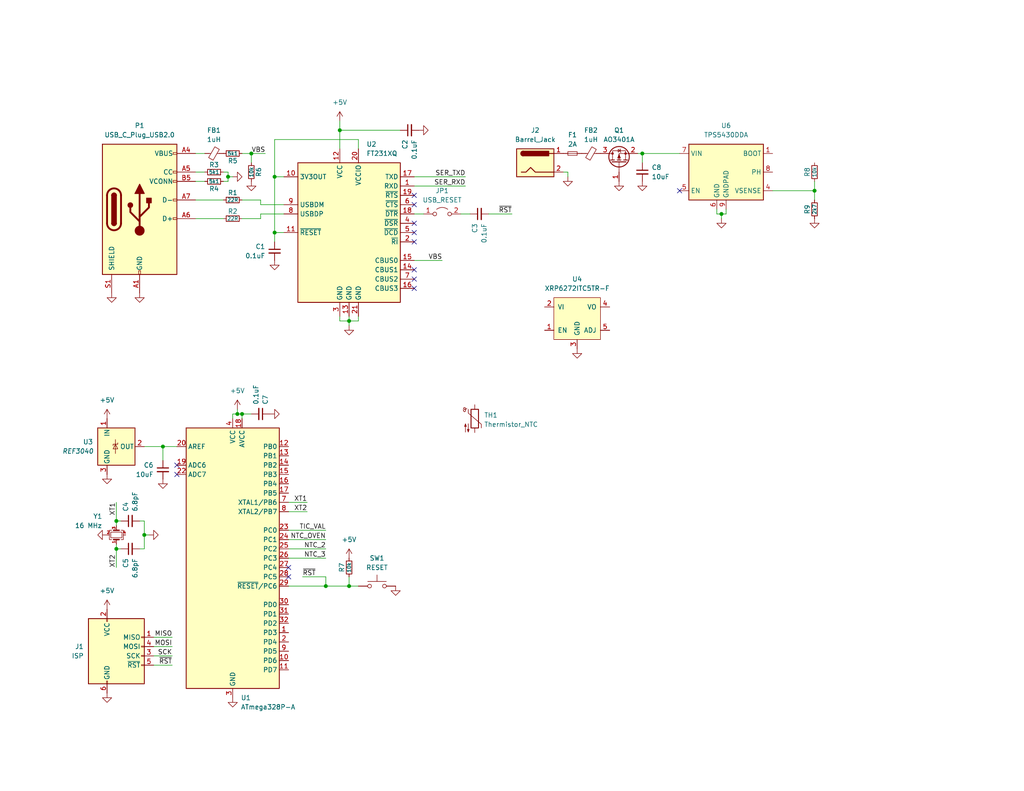
<source format=kicad_sch>
(kicad_sch (version 20230121) (generator eeschema)
  (paper "A")
  (title_block (date "2023-10-30"))
  (lib_symbols
    (symbol "Connector:AVR-ISP-6" (pin_names (offset 1.016))
      (property "Reference" "J" (at -6.35 11.43 0))
      (property "Value" "AVR-ISP-6" (at 0 11.43 0))
      (symbol "AVR-ISP-6_0_1"
        (rectangle (start -2.667 -6.858) (end -2.413 -7.62))
        (rectangle (start -2.667 10.16) (end -2.413 9.398))
        (rectangle (start 7.62 -2.413) (end 6.858 -2.667))
        (rectangle (start 7.62 0.127) (end 6.858 -0.127))
        (rectangle (start 7.62 2.667) (end 6.858 2.413))
        (rectangle (start 7.62 5.207) (end 6.858 4.953))
        (rectangle (start 7.62 10.16) (end -7.62 -7.62) (stroke (width 0.254)) (fill (type background)))
      )
      (symbol "AVR-ISP-6_1_1"
        (pin passive line (at 10.16 5.08 180) (length 2.54) (name "MISO") (number "1"))
        (pin passive line (at -2.54 12.7 270) (length 2.54) (name "VCC") (number "2"))
        (pin passive line (at 10.16 0 180) (length 2.54) (name "SCK") (number "3"))
        (pin passive line (at 10.16 2.54 180) (length 2.54) (name "MOSI") (number "4"))
        (pin passive line (at 10.16 -2.54 180) (length 2.54) (name "~{RST}") (number "5"))
        (pin passive line (at -2.54 -10.16 90) (length 2.54) (name "GND") (number "6"))
      )
    )
    (symbol "Connector:Barrel_Jack" (pin_names (offset 1.016))
      (property "Reference" "J" (at 0 5.334 0))
      (property "Value" "Barrel_Jack" (at 0 -5.08 0))
      (symbol "Barrel_Jack_0_1"
        (rectangle (start -5.08 3.81) (end 5.08 -3.81) (stroke (width 0.254)) (fill (type background)))
        (arc (start -3.302 3.175) (mid -3.9343 2.54) (end -3.302 1.905) (stroke (width 0.254)))
        (arc (start -3.302 3.175) (mid -3.9343 2.54) (end -3.302 1.905) (stroke (width 0.254)) (fill (type outline)))
        (polyline (pts (xy 5.08 2.54) (xy 3.81 2.54)) (stroke (width 0.254)))
        (polyline (pts (xy -3.81 -2.54) (xy -2.54 -2.54) (xy -1.27 -1.27) (xy 0 -2.54) (xy 2.54 -2.54) (xy 5.08 -2.54)) (stroke (width 0.254)))
        (rectangle (start 3.683 3.175) (end -3.302 1.905) (stroke (width 0.254)) (fill (type outline)))
      )
      (symbol "Barrel_Jack_1_1"
        (pin passive line (at 7.62 2.54 180) (length 2.54) (name "~") (number "1"))
        (pin passive line (at 7.62 -2.54 180) (length 2.54) (name "~") (number "2"))
      )
    )
    (symbol "Connector:USB_C_Plug_USB2.0" (pin_names (offset 1.016))
      (property "Reference" "P" (at -10.16 19.05 0))
      (property "Value" "USB_C_Plug_USB2.0" (at 12.7 19.05 0))
      (symbol "USB_C_Plug_USB2.0_0_0"
        (rectangle (start -0.254 -17.78) (end 0.254 -16.764))
        (rectangle (start 10.16 -2.286) (end 9.144 -2.794))
        (rectangle (start 10.16 2.794) (end 9.144 2.286))
        (rectangle (start 10.16 7.874) (end 9.144 7.366))
        (rectangle (start 10.16 10.414) (end 9.144 9.906))
        (rectangle (start 10.16 15.494) (end 9.144 14.986))
      )
      (symbol "USB_C_Plug_USB2.0_0_1"
        (rectangle (start -10.16 17.78) (end 10.16 -17.78) (stroke (width 0.254)) (fill (type background)))
        (arc (start -8.89 -3.81) (mid -6.985 -5.7067) (end -5.08 -3.81) (stroke (width 0.508)))
        (arc (start -7.62 -3.81) (mid -6.985 -4.4423) (end -6.35 -3.81) (stroke (width 0.254)))
        (arc (start -7.62 -3.81) (mid -6.985 -4.4423) (end -6.35 -3.81) (stroke (width 0.254)) (fill (type outline)))
        (rectangle (start -7.62 -3.81) (end -6.35 3.81) (stroke (width 0.254)) (fill (type outline)))
        (arc (start -6.35 3.81) (mid -6.985 4.4423) (end -7.62 3.81) (stroke (width 0.254)))
        (arc (start -6.35 3.81) (mid -6.985 4.4423) (end -7.62 3.81) (stroke (width 0.254)) (fill (type outline)))
        (arc (start -5.08 3.81) (mid -6.985 5.7067) (end -8.89 3.81) (stroke (width 0.508)))
        (circle (center -2.54 1.143) (radius 0.635) (stroke (width 0.254)) (fill (type outline)))
        (circle (center 0 -5.842) (radius 1.27) (fill (type outline)))
        (polyline (pts (xy -8.89 -3.81) (xy -8.89 3.81)) (stroke (width 0.508)))
        (polyline (pts (xy -5.08 3.81) (xy -5.08 -3.81)) (stroke (width 0.508)))
        (polyline (pts (xy 0 -5.842) (xy 0 4.318)) (stroke (width 0.508)))
        (polyline (pts (xy 0 -3.302) (xy -2.54 -0.762) (xy -2.54 0.508)) (stroke (width 0.508)))
        (polyline (pts (xy 0 -2.032) (xy 2.54 0.508) (xy 2.54 1.778)) (stroke (width 0.508)))
        (polyline (pts (xy -1.27 4.318) (xy 0 6.858) (xy 1.27 4.318) (xy -1.27 4.318)) (stroke (width 0.254)) (fill (type outline)))
        (rectangle (start 1.905 1.778) (end 3.175 3.048) (stroke (width 0.254)) (fill (type outline)))
      )
      (symbol "USB_C_Plug_USB2.0_1_1"
        (pin passive line (at 0 -22.86 90) (length 5.08) (name "GND") (number "A1"))
        (pin passive line (at 0 -22.86 90) (length 5.08) hide (name "GND") (number "A12"))
        (pin passive line (at 15.24 15.24 180) (length 5.08) (name "VBUS") (number "A4"))
        (pin bidirectional line (at 15.24 10.16 180) (length 5.08) (name "CC") (number "A5"))
        (pin bidirectional line (at 15.24 -2.54 180) (length 5.08) (name "D+") (number "A6"))
        (pin bidirectional line (at 15.24 2.54 180) (length 5.08) (name "D-") (number "A7"))
        (pin passive line (at 15.24 15.24 180) (length 5.08) hide (name "VBUS") (number "A9"))
        (pin passive line (at 0 -22.86 90) (length 5.08) hide (name "GND") (number "B1"))
        (pin passive line (at 0 -22.86 90) (length 5.08) hide (name "GND") (number "B12"))
        (pin passive line (at 15.24 15.24 180) (length 5.08) hide (name "VBUS") (number "B4"))
        (pin bidirectional line (at 15.24 7.62 180) (length 5.08) (name "VCONN") (number "B5"))
        (pin passive line (at 15.24 15.24 180) (length 5.08) hide (name "VBUS") (number "B9"))
        (pin passive line (at -7.62 -22.86 90) (length 5.08) (name "SHIELD") (number "S1"))
      )
    )
    (symbol "Device:C_Small" (pin_numbers hide) (pin_names (offset 0.254) hide)
      (property "Reference" "C" (at 0.254 1.778 0))
      (property "Value" "C_Small" (at 0.254 -2.032 0))
      (symbol "C_Small_0_1"
        (polyline (pts (xy -1.524 -0.508) (xy 1.524 -0.508)) (stroke (width 0.3302)))
        (polyline (pts (xy -1.524 0.508) (xy 1.524 0.508)) (stroke (width 0.3048)))
      )
      (symbol "C_Small_1_1"
        (pin passive line (at 0 2.54 270) (length 2.032) (name "~") (number "1"))
        (pin passive line (at 0 -2.54 90) (length 2.032) (name "~") (number "2"))
      )
    )
    (symbol "Device:Crystal_GND24_Small" (pin_names (offset 1.016) hide)
      (property "Reference" "Y" (at 1.27 4.445 0))
      (property "Value" "Crystal_GND24_Small" (at 1.27 2.54 0))
      (symbol "Crystal_GND24_Small_0_1"
        (rectangle (start -0.762 -1.524) (end 0.762 1.524))
        (polyline (pts (xy -1.27 -0.762) (xy -1.27 0.762)) (stroke (width 0.381)))
        (polyline (pts (xy 1.27 -0.762) (xy 1.27 0.762)) (stroke (width 0.381)))
        (polyline (pts (xy -1.27 -1.27) (xy -1.27 -1.905) (xy 1.27 -1.905) (xy 1.27 -1.27)))
        (polyline (pts (xy -1.27 1.27) (xy -1.27 1.905) (xy 1.27 1.905) (xy 1.27 1.27)))
      )
      (symbol "Crystal_GND24_Small_1_1"
        (pin passive line (at -2.54 0 0) (length 1.27) (name "1") (number "1"))
        (pin passive line (at 0 -2.54 90) (length 0.635) (name "2") (number "2"))
        (pin passive line (at 2.54 0 180) (length 1.27) (name "3") (number "3"))
        (pin passive line (at 0 2.54 270) (length 0.635) (name "4") (number "4"))
      )
    )
    (symbol "Device:FerriteBead_Small" (pin_numbers hide) (pin_names (offset 0))
      (property "Reference" "FB" (at 1.905 1.27 0))
      (property "Value" "FerriteBead_Small" (at 1.905 -1.27 0))
      (symbol "FerriteBead_Small_0_1"
        (polyline (pts (xy 0 -1.27) (xy 0 -0.7874)))
        (polyline (pts (xy 0 0.889) (xy 0 1.2954)))
        (polyline (pts (xy -1.8288 0.2794) (xy -1.1176 1.4986) (xy 1.8288 -0.2032) (xy 1.1176 -1.4224) (xy -1.8288 0.2794)))
      )
      (symbol "FerriteBead_Small_1_1"
        (pin passive line (at 0 2.54 270) (length 1.27) (name "~") (number "1"))
        (pin passive line (at 0 -2.54 90) (length 1.27) (name "~") (number "2"))
      )
    )
    (symbol "Device:Fuse_Small" (pin_numbers hide) (pin_names (offset 0.254) hide)
      (property "Reference" "F" (at 0 -1.524 0))
      (property "Value" "Fuse_Small" (at 0 1.524 0))
      (symbol "Fuse_Small_0_1"
        (rectangle (start -1.27 0.508) (end 1.27 -0.508))
        (polyline (pts (xy -1.27 0) (xy 1.27 0)))
      )
      (symbol "Fuse_Small_1_1"
        (pin passive line (at -2.54 0 0) (length 1.27) (name "~") (number "1"))
        (pin passive line (at 2.54 0 180) (length 1.27) (name "~") (number "2"))
      )
    )
    (symbol "Device:Q_PMOS_GSD" (pin_names (offset 0) hide)
      (property "Reference" "Q" (at 5.08 1.27 0))
      (property "Value" "Q_PMOS_GSD" (at 5.08 -1.27 0))
      (symbol "Q_PMOS_GSD_0_1"
        (polyline (pts (xy 0.254 0) (xy -2.54 0)))
        (polyline (pts (xy 0.254 1.905) (xy 0.254 -1.905)) (stroke (width 0.254)))
        (polyline (pts (xy 0.762 -1.27) (xy 0.762 -2.286)) (stroke (width 0.254)))
        (polyline (pts (xy 0.762 0.508) (xy 0.762 -0.508)) (stroke (width 0.254)))
        (polyline (pts (xy 0.762 2.286) (xy 0.762 1.27)) (stroke (width 0.254)))
        (polyline (pts (xy 2.54 2.54) (xy 2.54 1.778)))
        (polyline (pts (xy 2.54 -2.54) (xy 2.54 0) (xy 0.762 0)))
        (polyline (pts (xy 0.762 1.778) (xy 3.302 1.778) (xy 3.302 -1.778) (xy 0.762 -1.778)))
        (polyline (pts (xy 2.286 0) (xy 1.27 0.381) (xy 1.27 -0.381) (xy 2.286 0)) (fill (type outline)))
        (polyline (pts (xy 2.794 -0.508) (xy 2.921 -0.381) (xy 3.683 -0.381) (xy 3.81 -0.254)))
        (polyline (pts (xy 3.302 -0.381) (xy 2.921 0.254) (xy 3.683 0.254) (xy 3.302 -0.381)))
        (circle (center 1.651 0) (radius 2.794) (stroke (width 0.254)))
        (circle (center 2.54 -1.778) (radius 0.254) (fill (type outline)))
        (circle (center 2.54 1.778) (radius 0.254) (fill (type outline)))
      )
      (symbol "Q_PMOS_GSD_1_1"
        (pin input line (at -5.08 0 0) (length 2.54) (name "G") (number "1"))
        (pin passive line (at 2.54 -5.08 90) (length 2.54) (name "S") (number "2"))
        (pin passive line (at 2.54 5.08 270) (length 2.54) (name "D") (number "3"))
      )
    )
    (symbol "Device:R_Small" (pin_numbers hide) (pin_names (offset 0.254) hide)
      (property "Reference" "R" (at 0.762 0.508 0))
      (property "Value" "R_Small" (at 0.762 -1.016 0))
      (symbol "R_Small_0_1"
        (rectangle (start -0.762 1.778) (end 0.762 -1.778) (stroke (width 0.2032)))
      )
      (symbol "R_Small_1_1"
        (pin passive line (at 0 2.54 270) (length 0.762) (name "~") (number "1"))
        (pin passive line (at 0 -2.54 90) (length 0.762) (name "~") (number "2"))
      )
    )
    (symbol "Device:Thermistor_NTC" (pin_numbers hide) (pin_names (offset 0))
      (property "Reference" "TH" (at -4.445 0 90))
      (property "Value" "Thermistor_NTC" (at 3.175 0 90))
      (symbol "Thermistor_NTC_0_1"
        (arc (start -3.048 2.159) (mid -3.0495 2.3143) (end -3.175 2.413))
        (arc (start -3.048 2.159) (mid -2.9736 1.9794) (end -2.794 1.905))
        (arc (start -3.048 2.794) (mid -2.9736 2.6144) (end -2.794 2.54))
        (arc (start -2.794 1.905) (mid -2.6144 1.9794) (end -2.54 2.159))
        (arc (start -2.794 2.54) (mid -2.4393 2.5587) (end -2.159 2.794))
        (arc (start -2.794 3.048) (mid -2.9736 2.9736) (end -3.048 2.794))
        (arc (start -2.54 2.794) (mid -2.6144 2.9736) (end -2.794 3.048))
        (rectangle (start -1.016 2.54) (end 1.016 -2.54) (stroke (width 0.254)))
        (polyline (pts (xy -2.54 2.159) (xy -2.54 2.794)))
        (polyline (pts (xy -1.778 2.54) (xy -1.778 1.524) (xy 1.778 -1.524) (xy 1.778 -2.54)))
        (polyline (pts (xy -2.54 -3.683) (xy -2.54 -1.397) (xy -2.794 -2.159) (xy -2.286 -2.159) (xy -2.54 -1.397) (xy -2.54 -1.651)) (fill (type outline)))
        (polyline (pts (xy -1.778 -1.397) (xy -1.778 -3.683) (xy -2.032 -2.921) (xy -1.524 -2.921) (xy -1.778 -3.683) (xy -1.778 -3.429)) (fill (type outline)))
      )
      (symbol "Thermistor_NTC_1_1"
        (pin passive line (at 0 3.81 270) (length 1.27) (name "~") (number "1"))
        (pin passive line (at 0 -3.81 90) (length 1.27) (name "~") (number "2"))
      )
    )
    (symbol "Interface_USB:FT231XQ"
      (property "Reference" "U" (at -13.97 20.32 0))
      (property "Value" "FT231XQ" (at 6.35 20.32 0))
      (symbol "FT231XQ_0_1"
        (rectangle (start -13.97 19.05) (end 13.97 -19.05) (stroke (width 0.254)) (fill (type background)))
      )
      (symbol "FT231XQ_1_1"
        (pin input line (at 17.78 12.7 180) (length 3.81) (name "RXD") (number "1"))
        (pin power_out line (at -17.78 15.24 0) (length 3.81) (name "3V3OUT") (number "10"))
        (pin input line (at -17.78 0 0) (length 3.81) (name "~{RESET}") (number "11"))
        (pin power_in line (at -2.54 22.86 270) (length 3.81) (name "VCC") (number "12"))
        (pin power_in line (at 0 -22.86 90) (length 3.81) (name "GND") (number "13"))
        (pin bidirectional line (at 17.78 -10.16 180) (length 3.81) (name "CBUS1") (number "14"))
        (pin bidirectional line (at 17.78 -7.62 180) (length 3.81) (name "CBUS0") (number "15"))
        (pin bidirectional line (at 17.78 -15.24 180) (length 3.81) (name "CBUS3") (number "16"))
        (pin output line (at 17.78 15.24 180) (length 3.81) (name "TXD") (number "17"))
        (pin output line (at 17.78 5.08 180) (length 3.81) (name "~{DTR}") (number "18"))
        (pin output line (at 17.78 10.16 180) (length 3.81) (name "~{RTS}") (number "19"))
        (pin input line (at 17.78 -2.54 180) (length 3.81) (name "~{RI}") (number "2"))
        (pin power_in line (at 2.54 22.86 270) (length 3.81) (name "VCCIO") (number "20"))
        (pin power_in line (at 2.54 -22.86 90) (length 3.81) (name "GND") (number "21"))
        (pin power_in line (at -2.54 -22.86 90) (length 3.81) (name "GND") (number "3"))
        (pin input line (at 17.78 2.54 180) (length 3.81) (name "~{DSR}") (number "4"))
        (pin input line (at 17.78 0 180) (length 3.81) (name "~{DCD}") (number "5"))
        (pin input line (at 17.78 7.62 180) (length 3.81) (name "~{CTS}") (number "6"))
        (pin bidirectional line (at 17.78 -12.7 180) (length 3.81) (name "CBUS2") (number "7"))
        (pin bidirectional line (at -17.78 5.08 0) (length 3.81) (name "USBDP") (number "8"))
        (pin bidirectional line (at -17.78 7.62 0) (length 3.81) (name "USBDM") (number "9"))
      )
    )
    (symbol "Jumper:Jumper_2_Open" (pin_names (offset 0) hide)
      (property "Reference" "JP" (at 0 2.794 0))
      (property "Value" "Jumper_2_Open" (at 0 -2.286 0))
      (symbol "Jumper_2_Open_0_0"
        (circle (center -2.032 0) (radius 0.508))
        (circle (center 2.032 0) (radius 0.508))
      )
      (symbol "Jumper_2_Open_0_1"
        (arc (start 1.524 1.27) (mid 0 1.778) (end -1.524 1.27))
      )
      (symbol "Jumper_2_Open_1_1"
        (pin passive line (at -5.08 0 0) (length 2.54) (name "A") (number "1"))
        (pin passive line (at 5.08 0 180) (length 2.54) (name "B") (number "2"))
      )
    )
    (symbol "MCU_Microchip_ATmega:ATmega328P-A"
      (property "Reference" "U" (at -12.7 36.83 0))
      (property "Value" "ATmega328P-A" (at 2.54 -36.83 0))
      (symbol "ATmega328P-A_0_1"
        (rectangle (start -12.7 -35.56) (end 12.7 35.56) (stroke (width 0.254)) (fill (type background)))
      )
      (symbol "ATmega328P-A_1_1"
        (pin bidirectional line (at 15.24 -20.32 180) (length 2.54) (name "PD3") (number "1"))
        (pin bidirectional line (at 15.24 -27.94 180) (length 2.54) (name "PD6") (number "10"))
        (pin bidirectional line (at 15.24 -30.48 180) (length 2.54) (name "PD7") (number "11"))
        (pin bidirectional line (at 15.24 30.48 180) (length 2.54) (name "PB0") (number "12"))
        (pin bidirectional line (at 15.24 27.94 180) (length 2.54) (name "PB1") (number "13"))
        (pin bidirectional line (at 15.24 25.4 180) (length 2.54) (name "PB2") (number "14"))
        (pin bidirectional line (at 15.24 22.86 180) (length 2.54) (name "PB3") (number "15"))
        (pin bidirectional line (at 15.24 20.32 180) (length 2.54) (name "PB4") (number "16"))
        (pin bidirectional line (at 15.24 17.78 180) (length 2.54) (name "PB5") (number "17"))
        (pin power_in line (at 2.54 38.1 270) (length 2.54) (name "AVCC") (number "18"))
        (pin input line (at -15.24 25.4 0) (length 2.54) (name "ADC6") (number "19"))
        (pin bidirectional line (at 15.24 -22.86 180) (length 2.54) (name "PD4") (number "2"))
        (pin passive line (at -15.24 30.48 0) (length 2.54) (name "AREF") (number "20"))
        (pin passive line (at 0 -38.1 90) (length 2.54) hide (name "GND") (number "21"))
        (pin input line (at -15.24 22.86 0) (length 2.54) (name "ADC7") (number "22"))
        (pin bidirectional line (at 15.24 7.62 180) (length 2.54) (name "PC0") (number "23"))
        (pin bidirectional line (at 15.24 5.08 180) (length 2.54) (name "PC1") (number "24"))
        (pin bidirectional line (at 15.24 2.54 180) (length 2.54) (name "PC2") (number "25"))
        (pin bidirectional line (at 15.24 0 180) (length 2.54) (name "PC3") (number "26"))
        (pin bidirectional line (at 15.24 -2.54 180) (length 2.54) (name "PC4") (number "27"))
        (pin bidirectional line (at 15.24 -5.08 180) (length 2.54) (name "PC5") (number "28"))
        (pin bidirectional line (at 15.24 -7.62 180) (length 2.54) (name "~{RESET}/PC6") (number "29"))
        (pin power_in line (at 0 -38.1 90) (length 2.54) (name "GND") (number "3"))
        (pin bidirectional line (at 15.24 -12.7 180) (length 2.54) (name "PD0") (number "30"))
        (pin bidirectional line (at 15.24 -15.24 180) (length 2.54) (name "PD1") (number "31"))
        (pin bidirectional line (at 15.24 -17.78 180) (length 2.54) (name "PD2") (number "32"))
        (pin power_in line (at 0 38.1 270) (length 2.54) (name "VCC") (number "4"))
        (pin passive line (at 0 -38.1 90) (length 2.54) hide (name "GND") (number "5"))
        (pin passive line (at 0 38.1 270) (length 2.54) hide (name "VCC") (number "6"))
        (pin bidirectional line (at 15.24 15.24 180) (length 2.54) (name "XTAL1/PB6") (number "7"))
        (pin bidirectional line (at 15.24 12.7 180) (length 2.54) (name "XTAL2/PB7") (number "8"))
        (pin bidirectional line (at 15.24 -25.4 180) (length 2.54) (name "PD5") (number "9"))
      )
    )
    (symbol "Reference_Voltage:REF3040" (pin_names (offset 0.254))
      (property "Reference" "U" (at 0 6.35 0))
      (property "Value" "REF3040" (at 2.54 -6.35 0))
      (symbol "REF3040_0_1"
        (rectangle (start -5.08 5.08) (end 5.08 -5.08) (stroke (width 0.254)) (fill (type background)))
        (polyline (pts (xy -0.254 1.905) (xy -0.254 -1.905)))
        (polyline (pts (xy -0.889 -0.635) (xy 0.381 -0.635) (xy -0.254 0.635) (xy -0.889 -0.635)))
        (polyline (pts (xy 0.381 1.016) (xy 0.381 0.635) (xy -0.889 0.635) (xy -0.889 0.254)))
      )
      (symbol "REF3040_1_1"
        (pin power_in line (at -2.54 7.62 270) (length 2.54) (name "IN") (number "1"))
        (pin power_out line (at 7.62 0 180) (length 2.54) (name "OUT") (number "2"))
        (pin power_in line (at -2.54 -7.62 90) (length 2.54) (name "GND") (number "3"))
      )
    )
    (symbol "Regulator_Switching:TPS5430DDA"
      (property "Reference" "U" (at -10.16 8.89 0))
      (property "Value" "TPS5430DDA" (at -1.27 8.89 0))
      (symbol "TPS5430DDA_0_1"
        (rectangle (start -10.16 7.62) (end 10.16 -7.62) (stroke (width 0.254)) (fill (type background)))
      )
      (symbol "TPS5430DDA_1_1"
        (pin input line (at 12.7 5.08 180) (length 2.54) (name "BOOT") (number "1"))
        (pin no_connect line (at -10.16 2.54 0) (length 2.54) hide (name "NC") (number "2"))
        (pin no_connect line (at -10.16 -2.54 0) (length 2.54) hide (name "NC") (number "3"))
        (pin input line (at 12.7 -5.08 180) (length 2.54) (name "VSENSE") (number "4"))
        (pin input line (at -12.7 -5.08 0) (length 2.54) (name "EN") (number "5"))
        (pin power_in line (at -2.54 -10.16 90) (length 2.54) (name "GND") (number "6"))
        (pin power_in line (at -12.7 5.08 0) (length 2.54) (name "VIN") (number "7"))
        (pin output line (at 12.7 0 180) (length 2.54) (name "PH") (number "8"))
        (pin power_in line (at 0 -10.16 90) (length 2.54) (name "GNDPAD") (number "9"))
      )
    )
    (symbol "Switch:SW_Push" (pin_numbers hide) (pin_names (offset 1.016) hide)
      (property "Reference" "SW" (at 1.27 2.54 0))
      (property "Value" "SW_Push" (at 0 -1.524 0))
      (symbol "SW_Push_0_1"
        (circle (center -2.032 0) (radius 0.508))
        (polyline (pts (xy 0 1.27) (xy 0 3.048)))
        (polyline (pts (xy 2.54 1.27) (xy -2.54 1.27)))
        (circle (center 2.032 0) (radius 0.508))
        (pin passive line (at -5.08 0 0) (length 2.54) (name "1") (number "1"))
        (pin passive line (at 5.08 0 180) (length 2.54) (name "2") (number "2"))
      )
    )
    (symbol "XRP6272:XRP6272ITC5TR-F" (pin_names (offset 1.016))
      (property "Reference" "U" (at 0 2.54 0))
      (property "Value" "XRP6272ITC5TR-F" (at 0 7.62 0))
      (symbol "XRP6272ITC5TR-F_0_1"
        (rectangle (start -6.35 6.35) (end 6.35 -5.08) (fill (type background)))
      )
      (symbol "XRP6272ITC5TR-F_1_1"
        (pin input line (at -8.89 -2.54 0) (length 2.54) (name "EN") (number "1"))
        (pin power_in line (at -8.89 3.81 0) (length 2.54) (name "VI") (number "2"))
        (pin power_out line (at 0 -7.62 90) (length 2.54) (name "GND") (number "3"))
        (pin power_out line (at 8.89 3.81 180) (length 2.54) (name "VO") (number "4"))
        (pin input line (at 8.89 -2.54 180) (length 2.54) (name "ADJ") (number "5"))
      )
    )
    (symbol "power:+5V" (power) (pin_names (offset 0))
      (property "Value" "+5V" (at 0 3.556 0))
      (symbol "+5V_0_1"
        (polyline (pts (xy -0.762 1.27) (xy 0 2.54)))
        (polyline (pts (xy 0 0) (xy 0 2.54)))
        (polyline (pts (xy 0 2.54) (xy 0.762 1.27)))
      )
      (symbol "+5V_1_1"
        (pin power_in line (at 0 0 90) (length 0) hide (name "+5V") (number "1"))
      )
    )
    (symbol "power:GND" (power) (pin_names (offset 0))
      (property "Value" "GND" (at 0 -3.81 0))
      (symbol "GND_0_1"
        (polyline (pts (xy 0 0) (xy 0 -1.27) (xy 1.27 -1.27) (xy 0 -2.54) (xy -1.27 -1.27) (xy 0 -1.27)))
      )
      (symbol "GND_1_1"
        (pin power_in line (at 0 0 270) (length 0) hide (name "GND") (number "1"))
      )
    )
  )
  (junction (at 196.85 58.42))
  (junction (at 95.25 160.02))
  (junction (at 74.93 48.26))
  (junction (at 31.75 149.86))
  (junction (at 92.71 35.56))
  (junction (at 31.75 142.24))
  (junction (at 74.93 63.5))
  (junction (at 68.58 41.91))
  (junction (at 66.04 113.03))
  (junction (at 44.45 121.92))
  (junction (at 222.25 52.07))
  (junction (at 64.77 113.03))
  (junction (at 39.37 146.05))
  (junction (at 95.25 87.63))
  (junction (at 88.9 160.02))
  (junction (at 62.23 48.26))
  (junction (at 175.26 41.91))
  (no_connect (at 185.42 52.07))
  (no_connect (at 78.74 157.48))
  (no_connect (at 113.03 53.34))
  (no_connect (at 113.03 76.2))
  (no_connect (at 113.03 66.04))
  (no_connect (at 113.03 73.66))
  (no_connect (at 113.03 78.74))
  (no_connect (at 48.26 129.54))
  (no_connect (at 48.26 127))
  (no_connect (at 113.03 60.96))
  (no_connect (at 113.03 63.5))
  (no_connect (at 78.74 154.94))
  (no_connect (at 113.03 55.88))
  (wire (pts (xy 39.37 149.86) (xy 38.1 149.86)))
  (wire (pts (xy 113.03 50.8) (xy 127 50.8)))
  (wire (pts (xy 78.74 152.4) (xy 88.9 152.4)))
  (wire (pts (xy 33.02 149.86) (xy 31.75 149.86)))
  (wire (pts (xy 39.37 142.24) (xy 39.37 146.05)))
  (wire (pts (xy 125.73 58.42) (xy 128.27 58.42)))
  (wire (pts (xy 92.71 33.02) (xy 92.71 35.56)))
  (wire (pts (xy 92.71 40.64) (xy 92.71 35.56)))
  (wire (pts (xy 66.04 113.03) (xy 68.58 113.03)))
  (wire (pts (xy 63.5 114.3) (xy 63.5 113.03)))
  (wire (pts (xy 222.25 52.07) (xy 222.25 54.61)))
  (wire (pts (xy 62.23 48.26) (xy 63.5 48.26)))
  (wire (pts (xy 97.79 38.1) (xy 74.93 38.1)))
  (wire (pts (xy 210.82 52.07) (xy 222.25 52.07)))
  (wire (pts (xy 41.91 181.61) (xy 46.99 181.61)))
  (wire (pts (xy 88.9 157.48) (xy 88.9 160.02)))
  (wire (pts (xy 41.91 173.99) (xy 46.99 173.99)))
  (wire (pts (xy 78.74 149.86) (xy 88.9 149.86)))
  (wire (pts (xy 222.25 52.07) (xy 222.25 49.53)))
  (wire (pts (xy 39.37 146.05) (xy 39.37 149.86)))
  (wire (pts (xy 53.34 54.61) (xy 60.96 54.61)))
  (wire (pts (xy 78.74 147.32) (xy 88.9 147.32)))
  (wire (pts (xy 71.12 59.69) (xy 66.04 59.69)))
  (wire (pts (xy 60.96 46.99) (xy 62.23 46.99)))
  (wire (pts (xy 66.04 41.91) (xy 68.58 41.91)))
  (wire (pts (xy 39.37 121.92) (xy 44.45 121.92)))
  (wire (pts (xy 78.74 137.16) (xy 83.82 137.16)))
  (wire (pts (xy 92.71 35.56) (xy 109.22 35.56)))
  (wire (pts (xy 63.5 113.03) (xy 64.77 113.03)))
  (wire (pts (xy 68.58 41.91) (xy 68.58 44.45)))
  (wire (pts (xy 154.94 46.99) (xy 154.94 48.26)))
  (wire (pts (xy 38.1 142.24) (xy 39.37 142.24)))
  (wire (pts (xy 133.35 58.42) (xy 139.7 58.42)))
  (wire (pts (xy 77.47 63.5) (xy 74.93 63.5)))
  (wire (pts (xy 71.12 54.61) (xy 71.12 55.88)))
  (wire (pts (xy 74.93 63.5) (xy 74.93 66.04)))
  (wire (pts (xy 74.93 38.1) (xy 74.93 48.26)))
  (wire (pts (xy 95.25 160.02) (xy 97.79 160.02)))
  (wire (pts (xy 41.91 179.07) (xy 46.99 179.07)))
  (wire (pts (xy 175.26 41.91) (xy 175.26 44.45)))
  (wire (pts (xy 31.75 137.16) (xy 31.75 142.24)))
  (wire (pts (xy 64.77 113.03) (xy 66.04 113.03)))
  (wire (pts (xy 113.03 48.26) (xy 127 48.26)))
  (wire (pts (xy 175.26 41.91) (xy 185.42 41.91)))
  (wire (pts (xy 92.71 86.36) (xy 92.71 87.63)))
  (wire (pts (xy 71.12 58.42) (xy 71.12 59.69)))
  (wire (pts (xy 173.99 41.91) (xy 175.26 41.91)))
  (wire (pts (xy 31.75 149.86) (xy 31.75 148.59)))
  (wire (pts (xy 66.04 54.61) (xy 71.12 54.61)))
  (wire (pts (xy 77.47 58.42) (xy 71.12 58.42)))
  (wire (pts (xy 62.23 46.99) (xy 62.23 48.26)))
  (wire (pts (xy 196.85 58.42) (xy 198.12 58.42)))
  (wire (pts (xy 196.85 58.42) (xy 196.85 59.69)))
  (wire (pts (xy 82.55 157.48) (xy 88.9 157.48)))
  (wire (pts (xy 44.45 121.92) (xy 48.26 121.92)))
  (wire (pts (xy 195.58 57.15) (xy 195.58 58.42)))
  (wire (pts (xy 77.47 48.26) (xy 74.93 48.26)))
  (wire (pts (xy 95.25 87.63) (xy 95.25 88.9)))
  (wire (pts (xy 53.34 49.53) (xy 55.88 49.53)))
  (wire (pts (xy 78.74 144.78) (xy 88.9 144.78)))
  (wire (pts (xy 53.34 41.91) (xy 55.88 41.91)))
  (wire (pts (xy 44.45 121.92) (xy 44.45 125.73)))
  (wire (pts (xy 31.75 149.86) (xy 31.75 154.94)))
  (wire (pts (xy 53.34 59.69) (xy 60.96 59.69)))
  (wire (pts (xy 95.25 157.48) (xy 95.25 160.02)))
  (wire (pts (xy 113.03 71.12) (xy 120.65 71.12)))
  (wire (pts (xy 198.12 58.42) (xy 198.12 57.15)))
  (wire (pts (xy 95.25 87.63) (xy 97.79 87.63)))
  (wire (pts (xy 33.02 142.24) (xy 31.75 142.24)))
  (wire (pts (xy 113.03 58.42) (xy 115.57 58.42)))
  (wire (pts (xy 78.74 160.02) (xy 88.9 160.02)))
  (wire (pts (xy 92.71 87.63) (xy 95.25 87.63)))
  (wire (pts (xy 68.58 41.91) (xy 72.39 41.91)))
  (wire (pts (xy 62.23 48.26) (xy 62.23 49.53)))
  (wire (pts (xy 71.12 55.88) (xy 77.47 55.88)))
  (wire (pts (xy 195.58 58.42) (xy 196.85 58.42)))
  (wire (pts (xy 66.04 113.03) (xy 66.04 114.3)))
  (wire (pts (xy 62.23 49.53) (xy 60.96 49.53)))
  (wire (pts (xy 39.37 146.05) (xy 40.64 146.05)))
  (wire (pts (xy 53.34 46.99) (xy 55.88 46.99)))
  (wire (pts (xy 41.91 176.53) (xy 46.99 176.53)))
  (wire (pts (xy 88.9 160.02) (xy 95.25 160.02)))
  (wire (pts (xy 64.77 111.76) (xy 64.77 113.03)))
  (wire (pts (xy 78.74 139.7) (xy 83.82 139.7)))
  (wire (pts (xy 97.79 87.63) (xy 97.79 86.36)))
  (wire (pts (xy 74.93 48.26) (xy 74.93 63.5)))
  (wire (pts (xy 95.25 86.36) (xy 95.25 87.63)))
  (wire (pts (xy 97.79 40.64) (xy 97.79 38.1)))
  (wire (pts (xy 153.67 46.99) (xy 154.94 46.99)))
  (wire (pts (xy 31.75 142.24) (xy 31.75 143.51)))
  (label "VBS" (at 120.65 71.12 180))
  (label "SER_RXD" (at 127 50.8 180))
  (label "SCK" (at 46.99 179.07 180))
  (label "MISO" (at 46.99 173.99 180))
  (label "XT2" (at 83.82 139.7 180))
  (label "~{RST}" (at 139.7 58.42 180))
  (label "TIC_VAL" (at 88.9 144.78 180))
  (label "NTC_2" (at 88.9 149.86 180))
  (label "~{RST}" (at 82.55 157.48 0))
  (label "XT1" (at 31.75 137.16 270))
  (label "XT2" (at 31.75 154.94 90))
  (label "SER_TXD" (at 127 48.26 180))
  (label "NTC_3" (at 88.9 152.4 180))
  (label "~{RST}" (at 46.99 181.61 180))
  (label "MOSI" (at 46.99 176.53 180))
  (label "VBS" (at 72.39 41.91 180))
  (label "NTC_OVEN" (at 88.9 147.32 180))
  (label "XT1" (at 83.82 137.16 180))
  (symbol (lib_id "power:GND") (at 29.21 146.05 270) (unit 1)
    (property "Reference" "#PWR09" (effects hide))
    (property "Value" "GND" (effects hide))
  )
  (symbol (lib_id "Device:C_Small") (at 175.26 46.99 0) (unit 1)
    (property "Reference" "C8" (at 177.8 45.7263 0) (effects (justify left)))
    (property "Value" "10uF" (at 177.8 48.2663 0) (effects (justify left)))
  )
  (symbol (lib_id "MCU_Microchip_ATmega:ATmega328P-A") (at 63.5 152.4 0) (unit 1)
    (property "Reference" "U1" (at 65.6941 190.5 0) (effects (justify left)))
    (property "Value" "ATmega328P-A" (at 65.6941 193.04 0) (effects (justify left)))
    (property "Footprint" "Package_QFP:TQFP-32_7x7mm_P0.8mm" (effects hide))
    (property "Datasheet" "http://ww1.microchip.com/downloads/en/DeviceDoc/ATmega328_P%20AVR%20MCU%20with%20picoPower%20Technology%20Data%20Sheet%2040001984A.pdf" (effects hide))
  )
  (symbol (lib_id "power:GND") (at 107.95 160.02 0) (unit 1)
    (property "Reference" "#PWR015" (effects hide))
    (property "Value" "GND" (effects hide))
  )
  (symbol (lib_id "Device:C_Small") (at 130.81 58.42 90) (mirror x) (unit 1)
    (property "Reference" "C3" (at 129.5463 60.96 0) (effects (justify left)))
    (property "Value" "0.1uF" (at 132.0863 60.96 0) (effects (justify left)))
  )
  (symbol (lib_id "Device:C_Small") (at 74.93 68.58 0) (mirror y) (unit 1)
    (property "Reference" "C1" (at 72.39 67.3163 0) (effects (justify left)))
    (property "Value" "0.1uF" (at 72.39 69.8563 0) (effects (justify left)))
  )
  (symbol (lib_id "Regulator_Switching:TPS5430DDA") (at 198.12 46.99 0) (unit 1)
    (property "Reference" "U6" (at 198.12 34.29 0))
    (property "Value" "TPS5430DDA" (at 198.12 36.83 0))
    (property "Footprint" "Package_SO:TI_SO-PowerPAD-8_ThermalVias" (effects hide))
    (property "Datasheet" "http://www.ti.com/lit/ds/symlink/tps5430.pdf" (effects hide))
  )
  (symbol (lib_id "power:GND") (at 44.45 130.81 0) (unit 1)
    (property "Reference" "#PWR012" (effects hide))
    (property "Value" "GND" (effects hide))
  )
  (symbol (lib_id "Device:Thermistor_NTC") (at 129.54 114.3 0) (unit 1)
    (property "Reference" "TH1" (at 132.08 113.3475 0) (effects (justify left)))
    (property "Value" "Thermistor_NTC" (at 132.08 115.8875 0) (effects (justify left)))
  )
  (symbol (lib_id "Device:R_Small") (at 222.25 46.99 180) (unit 1)
    (property "Reference" "R8" (at 220.98 46.99 90) (effects (justify top)))
    (property "Value" "10k" (at 222.25 46.99 90) (effects (font (size 1 1))))
  )
  (symbol (lib_id "Device:FerriteBead_Small") (at 58.42 41.91 90) (unit 1)
    (property "Reference" "FB1" (at 58.3819 35.56 90))
    (property "Value" "1uH" (at 58.3819 38.1 90))
  )
  (symbol (lib_id "power:GND") (at 38.1 80.01 0) (unit 1)
    (property "Reference" "#PWR06" (effects hide))
    (property "Value" "GND" (effects hide))
  )
  (symbol (lib_id "power:+5V") (at 92.71 33.02 0) (unit 1)
    (property "Reference" "#PWR04" (effects hide))
    (property "Value" "+5V" (at 92.71 27.94 0))
  )
  (symbol (lib_id "Device:C_Small") (at 35.56 142.24 90) (unit 1)
    (property "Reference" "C4" (at 34.2963 139.7 0) (effects (justify left)))
    (property "Value" "6.8pF" (at 36.8363 139.7 0) (effects (justify left)))
  )
  (symbol (lib_id "power:GND") (at 73.66 113.03 90) (unit 1)
    (property "Reference" "#PWR018" (effects hide))
    (property "Value" "GND" (effects hide))
  )
  (symbol (lib_id "power:GND") (at 168.91 49.53 0) (unit 1)
    (property "Reference" "#PWR024" (effects hide))
    (property "Value" "GND" (effects hide))
  )
  (symbol (lib_id "power:GND") (at 222.25 59.69 0) (unit 1)
    (property "Reference" "#PWR026" (effects hide))
    (property "Value" "GND" (effects hide))
  )
  (symbol (lib_id "Device:R_Small") (at 58.42 49.53 270) (unit 1)
    (property "Reference" "R4" (at 58.42 50.8 90) (effects (justify top)))
    (property "Value" "5k1" (at 58.42 49.53 90) (effects (font (size 1 1))))
  )
  (symbol (lib_id "power:GND") (at 74.93 71.12 0) (unit 1)
    (property "Reference" "#PWR02" (effects hide))
    (property "Value" "GND" (effects hide))
  )
  (symbol (lib_id "Interface_USB:FT231XQ") (at 95.25 63.5 0) (unit 1)
    (property "Reference" "U2" (at 99.9841 39.37 0) (effects (justify left)))
    (property "Value" "FT231XQ" (at 99.9841 41.91 0) (effects (justify left)))
    (property "Footprint" "Package_DFN_QFN:QFN-20-1EP_4x4mm_P0.5mm_EP2.5x2.5mm" (effects hide))
    (property "Datasheet" "https://www.ftdichip.com/Support/Documents/DataSheets/ICs/DS_FT231X.pdf" (effects hide))
  )
  (symbol (lib_id "Connector:USB_C_Plug_USB2.0") (at 38.1 57.15 0) (unit 1)
    (property "Reference" "P1" (at 38.1 34.29 0))
    (property "Value" "USB_C_Plug_USB2.0" (at 38.1 36.83 0))
    (property "Datasheet" "https://www.usb.org/sites/default/files/documents/usb_type-c.zip" (effects hide))
  )
  (symbol (lib_id "power:GND") (at 40.64 146.05 90) (unit 1)
    (property "Reference" "#PWR010" (effects hide))
    (property "Value" "GND" (effects hide))
  )
  (symbol (lib_id "Device:Fuse_Small") (at 156.21 41.91 0) (unit 1)
    (property "Reference" "F1" (at 156.21 36.83 0))
    (property "Value" "2A" (at 156.21 39.37 0))
  )
  (symbol (lib_id "Device:Crystal_GND24_Small") (at 31.75 146.05 270) (mirror x) (unit 1)
    (property "Reference" "Y1" (at 26.67 140.97 90))
    (property "Value" "16 MHz" (at 24.13 143.51 90))
  )
  (symbol (lib_id "power:GND") (at 29.21 189.23 0) (unit 1)
    (property "Reference" "#PWR019" (effects hide))
    (property "Value" "GND" (effects hide))
  )
  (symbol (lib_id "Device:Q_PMOS_GSD") (at 168.91 44.45 90) (unit 1)
    (property "Reference" "Q1" (at 168.91 35.56 90))
    (property "Value" "AO3401A" (at 168.91 38.1 90))
    (property "LCSC" "C15127" (effects hide))
  )
  (symbol (lib_id "power:+5V") (at 64.77 111.76 0) (unit 1)
    (property "Reference" "#PWR017" (effects hide))
    (property "Value" "+5V" (at 64.77 106.68 0))
  )
  (symbol (lib_id "power:+5V") (at 29.21 114.3 0) (unit 1)
    (property "Reference" "#PWR013" (effects hide))
    (property "Value" "+5V" (at 29.21 109.22 0))
  )
  (symbol (lib_id "Connector:AVR-ISP-6") (at 31.75 179.07 0) (unit 1)
    (property "Reference" "J1" (at 22.86 176.53 0) (effects (justify right)))
    (property "Value" "ISP" (at 22.86 179.07 0) (effects (justify right)))
    (property "Datasheet" " ~" (effects hide))
  )
  (symbol (lib_id "Device:C_Small") (at 35.56 149.86 90) (mirror x) (unit 1)
    (property "Reference" "C5" (at 34.2963 152.4 0) (effects (justify left)))
    (property "Value" "6.8pF" (at 36.8363 152.4 0) (effects (justify left)))
  )
  (symbol (lib_id "power:GND") (at 68.58 49.53 0) (unit 1)
    (property "Reference" "#PWR08" (effects hide))
    (property "Value" "GND" (effects hide))
  )
  (symbol (lib_id "Device:C_Small") (at 44.45 128.27 0) (mirror y) (unit 1)
    (property "Reference" "C6" (at 41.91 127.0063 0) (effects (justify left)))
    (property "Value" "10uF" (at 41.91 129.5463 0) (effects (justify left)))
  )
  (symbol (lib_id "XRP6272:XRP6272ITC5TR-F") (at 157.48 87.63 0) (unit 1)
    (property "Reference" "U4" (at 157.48 76.2 0))
    (property "Value" "XRP6272ITC5TR-F" (at 157.48 78.74 0))
    (property "Footprint" "Package_TO_SOT_SMD:TO-252-5_TabPin3" (effects hide))
  )
  (symbol (lib_id "power:GND") (at 157.48 95.25 0) (unit 1)
    (property "Reference" "#PWR021" (effects hide))
    (property "Value" "GND" (effects hide))
  )
  (symbol (lib_id "Jumper:Jumper_2_Open") (at 120.65 58.42 0) (unit 1)
    (property "Reference" "JP1" (at 120.65 52.07 0))
    (property "Value" "USB_RESET" (at 120.65 54.61 0))
  )
  (symbol (lib_id "Device:FerriteBead_Small") (at 161.29 41.91 90) (unit 1)
    (property "Reference" "FB2" (at 161.2519 35.56 90))
    (property "Value" "1uH" (at 161.2519 38.1 90))
  )
  (symbol (lib_id "Connector:Barrel_Jack") (at 146.05 44.45 0) (unit 1)
    (property "Reference" "J2" (at 146.05 35.56 0))
    (property "Value" "Barrel_Jack" (at 146.05 38.1 0))
  )
  (symbol (lib_id "power:GND") (at 196.85 59.69 0) (unit 1)
    (property "Reference" "#PWR022" (effects hide))
    (property "Value" "GND" (effects hide))
  )
  (symbol (lib_id "power:+5V") (at 95.25 152.4 0) (unit 1)
    (property "Reference" "#PWR016" (effects hide))
    (property "Value" "+5V" (at 95.25 147.32 0))
  )
  (symbol (lib_id "Device:R_Small") (at 58.42 46.99 90) (unit 1)
    (property "Reference" "R3" (at 58.42 45.72 90) (effects (justify top)))
    (property "Value" "5k1" (at 58.42 46.99 90) (effects (font (size 1 1))))
  )
  (symbol (lib_id "Device:R_Small") (at 63.5 54.61 90) (unit 1)
    (property "Reference" "R1" (at 63.5 53.34 90) (effects (justify top)))
    (property "Value" "22R" (at 63.5 54.61 90) (effects (font (size 1 1))))
  )
  (symbol (lib_id "power:GND") (at 154.94 48.26 0) (unit 1)
    (property "Reference" "#PWR023" (effects hide))
    (property "Value" "GND" (effects hide))
  )
  (symbol (lib_id "Device:R_Small") (at 63.5 59.69 90) (unit 1)
    (property "Reference" "R2" (at 63.5 58.42 90) (effects (justify top)))
    (property "Value" "22R" (at 63.5 59.69 90) (effects (font (size 1 1))))
  )
  (symbol (lib_id "power:GND") (at 63.5 190.5 0) (unit 1)
    (property "Reference" "#PWR014" (effects hide))
    (property "Value" "GND" (effects hide))
  )
  (symbol (lib_id "power:GND") (at 175.26 49.53 0) (unit 1)
    (property "Reference" "#PWR025" (effects hide))
    (property "Value" "GND" (effects hide))
  )
  (symbol (lib_id "power:GND") (at 30.48 80.01 0) (unit 1)
    (property "Reference" "#PWR05" (effects hide))
    (property "Value" "GND" (effects hide))
  )
  (symbol (lib_id "Switch:SW_Push") (at 102.87 160.02 0) (unit 1)
    (property "Reference" "SW1" (at 102.87 152.4 0))
    (property "Value" "RESET" (at 102.87 154.94 0))
  )
  (symbol (lib_id "Device:R_Small") (at 95.25 154.94 180) (unit 1)
    (property "Reference" "R7" (at 93.98 154.94 90) (effects (justify top)))
    (property "Value" "10k" (at 95.25 154.94 90) (effects (font (size 1 1))))
  )
  (symbol (lib_id "Device:R_Small") (at 222.25 57.15 180) (unit 1)
    (property "Reference" "R9" (at 220.98 57.15 90) (effects (justify top)))
    (property "Value" "2k7" (at 222.25 57.15 90) (effects (font (size 1 1))))
  )
  (symbol (lib_id "power:GND") (at 63.5 48.26 90) (unit 1)
    (property "Reference" "#PWR07" (effects hide))
    (property "Value" "GND" (effects hide))
  )
  (symbol (lib_id "power:GND") (at 29.21 129.54 0) (unit 1)
    (property "Reference" "#PWR011" (effects hide))
    (property "Value" "GND" (effects hide))
  )
  (symbol (lib_id "Reference_Voltage:REF3040") (at 31.75 121.92 0) (unit 1)
    (property "Reference" "U3" (at 25.4 120.65 0) (effects (justify right)))
    (property "Value" "REF3040" (at 25.4 123.19 0) (effects (font italic) (justify right)))
    (property "Footprint" "Package_TO_SOT_SMD:SOT-23" (effects hide))
    (property "Datasheet" "http://www.ti.com/lit/ds/symlink/ref3033.pdf" (effects hide))
  )
  (symbol (lib_id "power:GND") (at 95.25 88.9 0) (unit 1)
    (property "Reference" "#PWR01" (effects hide))
    (property "Value" "GND" (effects hide))
  )
  (symbol (lib_id "Device:R_Small") (at 63.5 41.91 90) (mirror x) (unit 1)
    (property "Reference" "R5" (at 63.5 43.18 90) (effects (justify top)))
    (property "Value" "5k1" (at 63.5 41.91 90) (effects (font (size 1 1))))
  )
  (symbol (lib_id "Device:C_Small") (at 71.12 113.03 270) (mirror x) (unit 1)
    (property "Reference" "C7" (at 72.3837 110.49 0) (effects (justify left)))
    (property "Value" "0.1uF" (at 69.8437 110.49 0) (effects (justify left)))
  )
  (symbol (lib_id "power:+5V") (at 29.21 166.37 0) (unit 1)
    (property "Reference" "#PWR020" (effects hide))
    (property "Value" "+5V" (at 29.21 161.29 0))
  )
  (symbol (lib_id "Device:C_Small") (at 111.76 35.56 90) (mirror x) (unit 1)
    (property "Reference" "C2" (at 110.4963 38.1 0) (effects (justify left)))
    (property "Value" "0.1uF" (at 113.0363 38.1 0) (effects (justify left)))
  )
  (symbol (lib_id "Device:R_Small") (at 68.58 46.99 0) (mirror x) (unit 1)
    (property "Reference" "R6" (at 69.85 46.99 90) (effects (justify top)))
    (property "Value" "10k" (at 68.58 46.99 90) (effects (font (size 1 1))))
  )
  (symbol (lib_id "power:GND") (at 114.3 35.56 90) (unit 1)
    (property "Reference" "#PWR03" (effects hide))
    (property "Value" "GND" (effects hide))
  )
)
</source>
